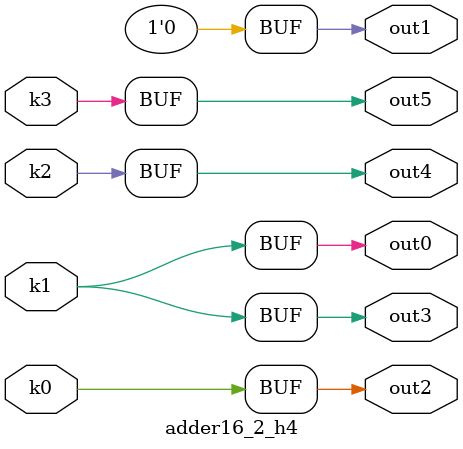
<source format=v>
module adder16_2(pi00, pi01, pi02, pi03, pi04, pi05, pi06, pi07, pi08, pi09, pi10, po0, po1, po2, po3, po4, po5);
input pi00, pi01, pi02, pi03, pi04, pi05, pi06, pi07, pi08, pi09, pi10;
output po0, po1, po2, po3, po4, po5;
wire k0, k1, k2, k3;
adder16_2_w4 DUT1 (pi00, pi01, pi02, pi03, pi04, pi05, pi06, pi07, pi08, pi09, pi10, k0, k1, k2, k3);
adder16_2_h4 DUT2 (k0, k1, k2, k3, po0, po1, po2, po3, po4, po5);
endmodule

module adder16_2_w4(in10, in9, in8, in7, in6, in5, in4, in3, in2, in1, in0, k3, k2, k1, k0);
input in10, in9, in8, in7, in6, in5, in4, in3, in2, in1, in0;
output k3, k2, k1, k0;
assign k0 =   ((in7 ^ in2) & ((((in10 & (in5 | ~in0)) | (in5 & ~in0)) & (in8 | in3) & (in9 | in4)) | (in9 & in4 & (in8 | in3)) | (in8 & in3))) | (((~in5 & in0) | (~in10 & (~in5 | in0))) & (~in7 ^ in2) & (~in8 | ~in3) & (~in9 | ~in4)) | ((~in7 ^ in2) & ((~in8 & ~in3) | (~in9 & ~in4 & (~in8 | ~in3))));
assign k1 =   ((~in8 ^ in3) & ((((in10 & (in5 | ~in0)) | (in5 & ~in0)) & (in9 | in4)) | (in9 & in4))) | (((~in5 & in0) | (~in10 & (~in5 | in0))) & (~in9 | ~in4) & (in8 ^ in3)) | (~in9 & ~in4 & (in8 ^ in3));
assign k2 =   ((in9 ^ in4) & ((in10 & (in5 | ~in0)) | (in5 & ~in0))) | (((~in5 & in0) | (~in10 & (~in5 | in0))) & (~in9 ^ in4));
assign k3 =   in10 ? (in5 ^ in0) : (~in5 ^ in0);
endmodule

module adder16_2_h4(k3, k2, k1, k0, out5, out4, out3, out2, out1, out0);
input k3, k2, k1, k0;
output out5, out4, out3, out2, out1, out0;
assign out0 = k1;
assign out1 = 0;
assign out2 = k0;
assign out3 = k1;
assign out4 = k2;
assign out5 = k3;
endmodule

</source>
